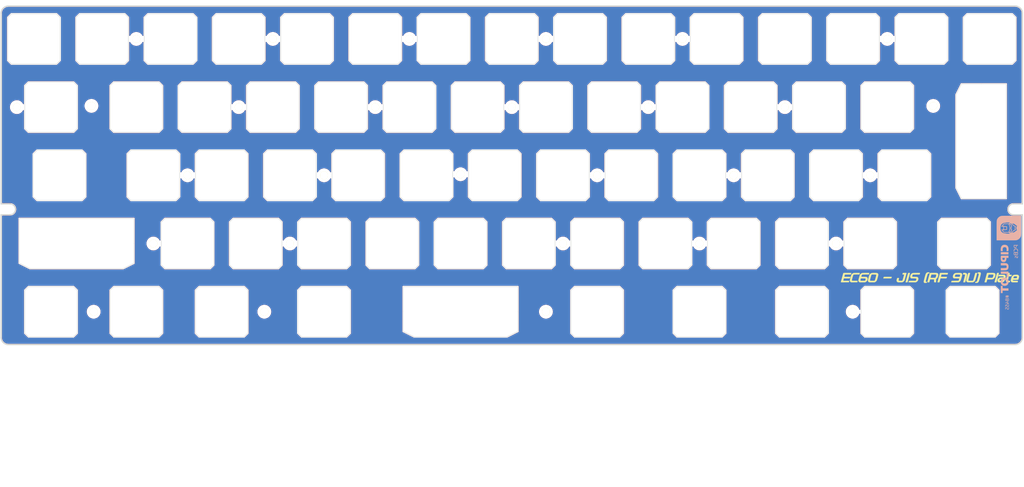
<source format=kicad_pcb>
(kicad_pcb (version 20211014) (generator pcbnew)
  (title_block (title "EC60 - JIS Plate (RF 91U caps)") (date "2022-08-27") (rev "1.1") (company "Cipulot  PCB Design") (comment 2 "Cipulot"))
  (layers (0 "F.Cu" signal) (31 "B.Cu" signal) (34 "B.Paste" user) (35 "F.Paste" user) (36 "B.SilkS" user "B.Silkscreen") (37 "F.SilkS" user "F.Silkscreen") (38 "B.Mask" user) (39 "F.Mask" user) (44 "Edge.Cuts" user))
  (net 0 "")
  (footprint "cipulot_parts:plate_cut_ecs_pad" (layer "F.Cu") (at 280.987704 132.15966)
    (fp_text reference "SW28")
    (fp_text value "EC_SW" hide)
    (fp_line (start 6.3 7) (end 7.3 6) (layer "Edge.Cuts") (width 0.12))
    (fp_line (start 6.3 -7) (end -6.3 -7) (layer "Edge.Cuts") (width 0.12))
    (fp_line (start -7.3 6) (end -6.3 7) (layer "Edge.Cuts") (width 0.12))
    (fp_line (start -7.3 -6) (end -7.3 6) (layer "Edge.Cuts") (width 0.12))
    (fp_line (start -6.3 -7) (end -7.3 -6) (layer "Edge.Cuts") (width 0.12))
    (fp_line (start 7.3 6) (end 7.3 -6) (layer "Edge.Cuts") (width 0.12))
    (fp_line (start 6.3 -7) (end 7.3 -6) (layer "Edge.Cuts") (width 0.12))
    (fp_line (start -6.3 7) (end 6.3 7) (layer "Edge.Cuts") (width 0.12))
  )
  (footprint "cipulot_parts:plate_cut_ecs_pad" (layer "F.Cu") (at 100.012704 113.10966)
    (fp_text reference "SW3")
    (fp_text value "EC_SW" hide)
    (fp_line (start 6.3 7) (end 7.3 6) (layer "Edge.Cuts") (width 0.12))
    (fp_line (start -7.3 -6) (end -7.3 6) (layer "Edge.Cuts") (width 0.12))
    (fp_line (start 6.3 -7) (end 7.3 -6) (layer "Edge.Cuts") (width 0.12))
    (fp_line (start 7.3 6) (end 7.3 -6) (layer "Edge.Cuts") (width 0.12))
    (fp_line (start -7.3 6) (end -6.3 7) (layer "Edge.Cuts") (width 0.12))
    (fp_line (start -6.3 -7) (end -7.3 -6) (layer "Edge.Cuts") (width 0.12))
    (fp_line (start 6.3 -7) (end -6.3 -7) (layer "Edge.Cuts") (width 0.12))
    (fp_line (start -6.3 7) (end 6.3 7) (layer "Edge.Cuts") (width 0.12))
  )
  (footprint "cipulot_parts:plate_cut_ecs_pad" (layer "F.Cu") (at 147.637704 132.15966)
    (fp_text reference "SW21")
    (fp_text value "EC_SW" hide)
    (fp_line (start 6.3 -7) (end -6.3 -7) (layer "Edge.Cuts") (width 0.12))
    (fp_line (start -7.3 -6) (end -7.3 6) (layer "Edge.Cuts") (width 0.12))
    (fp_line (start -7.3 6) (end -6.3 7) (layer "Edge.Cuts") (width 0.12))
    (fp_line (start 6.3 -7) (end 7.3 -6) (layer "Edge.Cuts") (width 0.12))
    (fp_line (start -6.3 -7) (end -7.3 -6) (layer "Edge.Cuts") (width 0.12))
    (fp_line (start -6.3 7) (end 6.3 7) (layer "Edge.Cuts") (width 0.12))
    (fp_line (start 7.3 6) (end 7.3 -6) (layer "Edge.Cuts") (width 0.12))
    (fp_line (start 6.3 7) (end 7.3 6) (layer "Edge.Cuts") (width 0.12))
  )
  (footprint "" (layer "F.Cu") (at 261.937704 113.10966)
    (fp_text reference "")
    (fp_text value "")
  )
  (footprint "cipulot_parts:plate_cut_ecs_pad" (layer "F.Cu") (at 271.462704 113.10966)
    (fp_text reference "SW12")
    (fp_text value "EC_SW" hide)
    (fp_line (start 6.3 -7) (end 7.3 -6) (layer "Edge.Cuts") (width 0.12))
    (fp_line (start -6.3 -7) (end -7.3 -6) (layer "Edge.Cuts") (width 0.12))
    (fp_line (start -7.3 -6) (end -7.3 6) (layer "Edge.Cuts") (width 0.12))
    (fp_line (start -7.3 6) (end -6.3 7) (layer "Edge.Cuts") (width 0.12))
    (fp_line (start -6.3 7) (end 6.3 7) (layer "Edge.Cuts") (width 0.12))
    (fp_line (start 6.3 -7) (end -6.3 -7) (layer "Edge.Cuts") (width 0.12))
    (fp_line (start 7.3 6) (end 7.3 -6) (layer "Edge.Cuts") (width 0.12))
    (fp_line (start 6.3 7) (end 7.3 6) (layer "Edge.Cuts") (width 0.12))
  )
  (footprint "cipulot_parts:plate_cut_ecs_pad" (layer "F.Cu") (at 109.537704 132.15966)
    (fp_text reference "SW19")
    (fp_text value "EC_SW" hide)
    (fp_line (start 6.3 -7) (end -6.3 -7) (layer "Edge.Cuts") (width 0.12))
    (fp_line (start 6.3 7) (end 7.3 6) (layer "Edge.Cuts") (width 0.12))
    (fp_line (start 6.3 -7) (end 7.3 -6) (layer "Edge.Cuts") (width 0.12))
    (fp_line (start -7.3 6) (end -6.3 7) (layer "Edge.Cuts") (width 0.12))
    (fp_line (start -6.3 -7) (end -7.3 -6) (layer "Edge.Cuts") (width 0.12))
    (fp_line (start -6.3 7) (end 6.3 7) (layer "Edge.Cuts") (width 0.12))
    (fp_line (start -7.3 -6) (end -7.3 6) (layer "Edge.Cuts") (width 0.12))
    (fp_line (start 7.3 6) (end 7.3 -6) (layer "Edge.Cuts") (width 0.12))
  )
  (footprint "cipulot_parts:plate_cut_ecs_pad" (layer "F.Cu") (at 214.312704 113.10966)
    (fp_text reference "SW9")
    (fp_text value "EC_SW" hide)
    (fp_line (start 6.3 -7) (end 7.3 -6) (layer "Edge.Cuts") (width 0.12))
    (fp_line (start -6.3 -7) (end -7.3 -6) (layer "Edge.Cuts") (width 0.12))
    (fp_line (start 6.3 -7) (end -6.3 -7) (layer "Edge.Cuts") (width 0.12))
    (fp_line (start -7.3 6) (end -6.3 7) (layer "Edge.Cuts") (width 0.12))
    (fp_line (start 6.3 7) (end 7.3 6) (layer "Edge.Cuts") (width 0.12))
    (fp_line (start 7.3 6) (end 7.3 -6) (layer "Edge.Cuts") (width 0.12))
    (fp_line (start -7.3 -6) (end -7.3 6) (layer "Edge.Cuts") (width 0.12))
    (fp_line (start -6.3 7) (end 6.3 7) (layer "Edge.Cuts") (width 0.12))
  )
  (footprint "" (layer "F.Cu") (at 252.412704 132.15966)
    (fp_text reference "")
    (fp_text value "")
  )
  (footprint "cipulot_parts:plate_cut_ecs_pad" (layer "F.Cu") (at 195.262704 113.10966)
    (fp_text reference "SW8")
    (fp_text value "EC_SW" hide)
    (fp_line (start -7.3 6) (end -6.3 7) (layer "Edge.Cuts") (width 0.12))
    (fp_line (start 7.3 6) (end 7.3 -6) (layer "Edge.Cuts") (width 0.12))
    (fp_line (start -6.3 -7) (end -7.3 -6) (layer "Edge.Cuts") (width 0.12))
    (fp_line (start -6.3 7) (end 6.3 7) (layer "Edge.Cuts") (width 0.12))
    (fp_line (start 6.3 -7) (end -6.3 -7) (layer "Edge.Cuts") (width 0.12))
    (fp_line (start 6.3 -7) (end 7.3 -6) (layer "Edge.Cuts") (width 0.12))
    (fp_line (start 6.3 7) (end 7.3 6) (layer "Edge.Cuts") (width 0.12))
    (fp_line (start -7.3 -6) (end -7.3 6) (layer "Edge.Cuts") (width 0.12))
  )
  (footprint "cipulot_parts:plate_cut_ecs_pad" (layer "F.Cu") (at 176.212704 113.10966)
    (fp_text reference "SW7")
    (fp_text value "EC_SW" hide)
    (fp_line (start 6.3 -7) (end 7.3 -6) (layer "Edge.Cuts") (width 0.12))
    (fp_line (start 6.3 -7) (end -6.3 -7) (layer "Edge.Cuts") (width 0.12))
    (fp_line (start 6.3 7) (end 7.3 6) (layer "Edge.Cuts") (width 0.12))
    (fp_line (start -6.3 -7) (end -7.3 -6) (layer "Edge.Cuts") (width 0.12))
    (fp_line (start -7.3 6) (end -6.3 7) (layer "Edge.Cuts") (width 0.12))
    (fp_line (start -6.3 7) (end 6.3 7) (layer "Edge.Cuts") (width 0.12))
    (fp_line (start 7.3 6) (end 7.3 -6) (layer "Edge.Cuts") (width 0.12))
    (fp_line (start -7.3 -6) (end -7.3 6) (layer "Edge.Cuts") (width 0.12))
  )
  (footprint "cipulot_parts:plate_cut_ecs_pad" (layer "F.Cu") (at 340.518954 170.25966)
    (fp_text reference "SW73")
    (fp_text value "EC_SW" hide)
    (fp_line (start 6.3 -7) (end -6.3 -7) (layer "Edge.Cuts") (width 0.12))
    (fp_line (start -7.3 6) (end -6.3 7) (layer "Edge.Cuts") (width 0.12))
    (fp_line (start -6.3 7) (end 6.3 7) (layer "Edge.Cuts") (width 0.12))
    (fp_line (start -7.3 -6) (end -7.3 6) (layer "Edge.Cuts") (width 0.12))
    (fp_line (start -6.3 -7) (end -7.3 -6) (layer "Edge.Cuts") (width 0.12))
    (fp_line (start 7.3 6) (end 7.3 -6) (layer "Edge.Cuts") (width 0.12))
    (fp_line (start 6.3 7) (end 7.3 6) (layer "Edge.Cuts") (width 0.12))
    (fp_line (start 6.3 -7) (end 7.3 -6) (layer "Edge.Cuts") (width 0.12))
  )
  (footprint "" (layer "F.Cu") (at 266.700204 170.25966)
    (fp_text reference "")
    (fp_text value "")
  )
  (footprint "cipulot_parts:plate_cut_wide_ecs_pad" (layer "F.Cu") (at 200.025204 189.30966)
    (fp_text reference "SW54")
    (fp_text value "EC_SW" hide)
    (fp_line (start 16 0) (end 16 5.5) (layer "Edge.Cuts") (width 0.12))
    (fp_line (start -16 -7) (end 16 -7) (layer "Edge.Cuts") (width 0.12))
    (fp_line (start -16 0) (end -16 -7) (layer "Edge.Cuts") (width 0.12))
    (fp_line (start -16 0) (end -16 5.5) (layer "Edge.Cuts") (width 0.12))
    (fp_line (start -16 5.5) (end -13 7) (layer "Edge.Cuts") (width 0.12))
    (fp_line (start 16 5.5) (end 13 7) (layer "Edge.Cuts") (width 0.12))
    (fp_line (start 16 -7) (end 16 0) (layer "Edge.Cuts") (width 0.12))
    (fp_line (start 13 7) (end -13 7) (layer "Edge.Cuts") (width 0.12))
  )
  (footprint "cipulot_parts:plate_cut_ecs_pad" (layer "F.Cu") (at 209.550204 151.20966)
    (fp_text reference "SW39")
    (fp_text value "EC_SW" hide)
    (fp_line (start 6.3 7) (end 7.3 6) (layer "Edge.Cuts") (width 0.12))
    (fp_line (start -6.3 -7) (end -7.3 -6) (layer "Edge.Cuts") (width 0.12))
    (fp_line (start 7.3 6) (end 7.3 -6) (layer "Edge.Cuts") (width 0.12))
    (fp_line (start -7.3 -6) (end -7.3 6) (layer "Edge.Cuts") (width 0.12))
    (fp_line (start 6.3 -7) (end -6.3 -7) (layer "Edge.Cuts") (width 0.12))
    (fp_line (start 6.3 -7) (end 7.3 -6) (layer "Edge.Cuts") (width 0.12))
    (fp_line (start -7.3 6) (end -6.3 7) (layer "Edge.Cuts") (width 0.12))
    (fp_line (start -6.3 7) (end 6.3 7) (layer "Edge.Cuts") (width 0.12))
  )
  (footprint "cipulot_parts:plate_cut_ecs_pad" (layer "F.Cu") (at 266.700204 151.20966)
    (fp_text reference "SW42")
    (fp_text value "EC_SW" hide)
    (fp_line (start -6.3 7) (end 6.3 7) (layer "Edge.Cuts") (width 0.12))
    (fp_line (start 7.3 6) (end 7.3 -6) (layer "Edge.Cuts") (width 0.12))
    (fp_line (start 6.3 -7) (end 7.3 -6) (layer "Edge.Cuts") (width 0.12))
    (fp_line (start 6.3 7) (end 7.3 6) (layer "Edge.Cuts") (width 0.12))
    (fp_line (start -6.3 -7) (end -7.3 -6) (layer "Edge.Cuts") (width 0.12))
    (fp_line (start 6.3 -7) (end -6.3 -7) (layer "Edge.Cuts") (width 0.12))
    (fp_line (start -7.3 6) (end -6.3 7) (layer "Edge.Cuts") (width 0.12))
    (fp_line (start -7.3 -6) (end -7.3 6) (layer "Edge.Cuts") (width 0.12))
  )
  (footprint "cipulot_parts:plate_cut_ecs_pad" (layer "F.Cu") (at 109.537704 189.30966)
    (fp_text reference "SW64")
    (fp_text value "EC_SW" hide)
    (fp_line (start -6.3 -7) (end -7.3 -6) (layer "Edge.Cuts") (width 0.12))
    (fp_line (start 7.3 6) (end 7.3 -6) (layer "Edge.Cuts") (width 0.12))
    (fp_line (start 6.3 -7) (end -6.3 -7) (layer "Edge.Cuts") (width 0.12))
    (fp_line (start 6.3 -7) (end 7.3 -6) (layer "Edge.Cuts") (width 0.12))
    (fp_line (start 6.3 7) (end 7.3 6) (layer "Edge.Cuts") (width 0.12))
    (fp_line (start -6.3 7) (end 6.3 7) (layer "Edge.Cuts") (width 0.12))
    (fp_line (start -7.3 -6) (end -7.3 6) (layer "Edge.Cuts") (width 0.12))
    (fp_line (start -7.3 6) (end -6.3 7) (layer "Edge.Cuts") (width 0.12))
  )
  (footprint "cipulot_parts:plate_cut_ecs_pad" (layer "F.Cu") (at 252.412704 113.10966)
    (fp_text reference "SW11")
    (fp_text value "EC_SW" hide)
    (fp_line (start 7.3 6) (end 7.3 -6) (layer "Edge.Cuts") (width 0.12))
    (fp_line (start -6.3 -7) (end -7.3 -6) (layer "Edge.Cuts") (width 0.12))
    (fp_line (start 6.3 -7) (end -6.3 -7) (layer "Edge.Cuts") (width 0.12))
    (fp_line (start 6.3 7) (end 7.3 6) (layer "Edge.Cuts") (width 0.12))
    (fp_line (start -7.3 -6) (end -7.3 6) (layer "Edge.Cuts") (width 0.12))
    (fp_line (start 6.3 -7) (end 7.3 -6) (layer "Edge.Cuts") (width 0.12))
    (fp_line (start -7.3 6) (end -6.3 7) (layer "Edge.Cuts") (width 0.12))
    (fp_line (start -6.3 7) (end 6.3 7) (layer "Edge.Cuts") (width 0.12))
  )
  (footprint "cipulot_parts:plate_cut_ecs_pad" (layer "F.Cu") (at 85.725204 132.15966)
    (fp_text reference "SW18")
    (fp_text value "EC_SW" hide)
    (fp_line (start -7.3 6) (end -6.3 7) (layer "Edge.Cuts") (width 0.12))
    (fp_line (start -7.3 -6) (end -7.3 6) (layer "Edge.Cuts") (width 0.12))
    (fp_line (start -6.3 7) (end 6.3 7) (layer "Edge.Cuts") (width 0.12))
    (fp_line (start 6.3 -7) (end 7.3 -6) (layer "Edge.Cuts") (width 0.12))
    (fp_line (start 6.3 7) (end 7.3 6) (layer "Edge.Cuts") (width 0.12))
    (fp_line (start 7.3 6) (end 7.3 -6) (layer "Edge.Cuts") (width 0.12))
    (fp_line (start -6.3 -7) (end -7.3 -6) (layer "Edge.Cuts") (width 0.12))
    (fp_line (start 6.3 -7) (end -6.3 -7) (layer "Edge.Cuts") (width 0.12))
  )
  (footprint "cipulot_parts:plate_cut_ecs_pad" (layer "F.Cu") (at 228.600204 151.20966)
    (fp_text reference "SW40")
    (fp_text value "EC_SW" hide)
    (fp_line (start -7.3 -6) (end -7.3 6) (layer "Edge.Cuts") (width 0.12))
    (fp_line (start -7.3 6) (end -6.3 7) (layer "Edge.Cuts") (width 0.12))
    (fp_line (start 6.3 -7) (end -6.3 -7) (layer "Edge.Cuts") (width 0.12))
    (fp_line (start 7.3 6) (end 7.3 -6) (layer "Edge.Cuts") (width 0.12))
    (fp_line (start -6.3 7) (end 6.3 7) (layer "Edge.Cuts") (width 0.12))
    (fp_line (start 6.3 -7) (end 7.3 -6) (layer "Edge.Cuts") (width 0.12))
    (fp_line (start -6.3 -7) (end -7.3 -6) (layer "Edge.Cuts") (width 0.12))
    (fp_line (start 6.3 7) (end 7.3 6) (layer "Edge.Cuts") (width 0.12))
  )
  (footprint "cipulot_parts:plate_cut_ecs_pad" (layer "F.Cu") (at 138.112704 113.10966)
    (fp_text reference "SW5")
    (fp_text value "EC_SW" hide)
    (fp_line (start -6.3 7) (end 6.3 7) (layer "Edge.Cuts") (width 0.12))
    (fp_line (start 6.3 -7) (end -6.3 -7) (layer "Edge.Cuts") (width 0.12))
    (fp_line (start -7.3 -6) (end -7.3 6) (layer "Edge.Cuts") (width 0.12))
    (fp_line (start 6.3 -7) (end 7.3 -6) (layer "Edge.Cuts") (width 0.12))
    (fp_line (start -7.3 6) (end -6.3 7) (layer "Edge.Cuts") (width 0.12))
    (fp_line (start -6.3 -7) (end -7.3 -6) (layer "Edge.Cuts") (width 0.12))
    (fp_line (start 7.3 6) (end 7.3 -6) (layer "Edge.Cuts") (width 0.12))
    (fp_line (start 6.3 7) (end 7.3 6) (layer "Edge.Cuts") (width 0.12))
  )
  (footprint "" (layer "F.Cu") (at 147.637704 113.10966)
    (fp_text reference "")
    (fp_text value "")
  )
  (footprint "cipulot_parts:plate_cut_ecs_pad" (layer "F.Cu") (at 161.925204 189.30966)
    (fp_text reference "SW66")
    (fp_text value "EC_SW" hide)
    (fp_line (start -7.3 6) (end -6.3 7) (layer "Edge.Cuts") (width 0.12))
    (fp_line (start 6.3 7) (end 7.3 6) (layer "Edge.Cuts") (width 0.12))
    (fp_line (start 7.3 6) (end 7.3 -6) (layer "Edge.Cuts") (width 0.12))
    (fp_line (start -7.3 -6) (end -7.3 6) (layer "Edge.Cuts") (width 0.12))
    (fp_line (start -6.3 7) (end 6.3 7) (layer "Edge.Cuts") (width 0.12))
    (fp_line (start 6.3 -7) (end -6.3 -7) (layer "Edge.Cuts") (width 0.12))
    (fp_line (start 6.3 -7) (end 7.3 -6) (layer "Edge.Cuts") (width 0.12))
    (fp_line (start -6.3 -7) (end -7.3 -6) (layer "Edge.Cuts") (width 0.12))
  )
  (footprint "cipulot_parts:plate_cut_ecs_pad" (layer "F.Cu") (at 290.512704 113.10966)
    (fp_text reference "SW13")
    (fp_text value "EC_SW" hide)
    (fp_line (start -6.3 -7) (end -7.3 -6) (layer "Edge.Cuts") (width 0.12))
    (fp_line (start 6.3 -7) (end -6.3 -7) (layer "Edge.Cuts") (width 0.12))
    (fp_line (start -6.3 7) (end 6.3 7) (layer "Edge.Cuts") (width 0.12))
    (fp_line (start 7.3 6) (end 7.3 -6) (layer "Edge.Cuts") (width 0.12))
    (fp_line (start 6.3 -7) (end 7.3 -6) (layer "Edge.Cuts") (width 0.12))
    (fp_line (start 6.3 7) (end 7.3 6) (layer "Edge.Cuts") (width 0.12))
    (fp_line (start -7.3 -6) (end -7.3 6) (layer "Edge.Cuts") (width 0.12))
    (fp_line (start -7.3 6) (end -6.3 7) (layer "Edge.Cuts") (width 0.12))
  )
  (footprint "cipulot_parts:plate_cut_ecs_pad" (layer "F.Cu") (at 295.275204 170.25966)
    (fp_text reference "SW59")
    (fp_text value "EC_SW" hide)
    (fp_line (start -6.3 7) (end 6.3 7) (layer "Edge.Cuts") (width 0.12))
    (fp_line (start -7.3 -6) (end -7.3 6) (layer "Edge.Cuts") (width 0.12))
    (fp_line (start 6.3 7) (end 7.3 6) (layer "Edge.Cuts") (width 0.12))
    (fp_line (start 7.3 6) (end 7.3 -6) (layer "Edge.Cuts") (width 0.12))
    (fp_line (start -7.3 6) (end -6.3 7) (layer "Edge.Cuts") (width 0.12))
    (fp_line (start -6.3 -7) (end -7.3 -6) (layer "Edge.Cuts") (width 0.12))
    (fp_line (start 6.3 -7) (end 7.3 -6) (layer "Edge.Cuts") (width 0.12))
    (fp_line (start 6.3 -7) (end -6.3 -7) (layer "Edge.Cuts") (width 0.12))
  )
  (footprint "" (layer "F.Cu") (at 97.631468 189.30966)
    (fp_text reference "")
    (fp_text value "")
  )
  (footprint "" (layer "F.Cu") (at 276.225204 151.20966)
    (fp_text reference "")
    (fp_text value "")
  )
  (footprint "cipulot_parts:plate_cut_wide_ecs_pad" (layer "F.Cu") (at 345.281454 141.68466 -90)
    (fp_text reference "SW32")
    (fp_text value "ISO_Enter" hide)
    (fp_line (start 16 0) (end 16 5.5) (layer "Edge.Cuts") (width 0.12))
    (fp_line (start 13 7) (end -13 7) (layer "Edge.Cuts") (width 0.12))
    (fp_line (start 16 5.5) (end 13 7) (layer "Edge.Cuts") (width 0.12))
    (fp_line (start -16 0) (end -16 5.5) (layer "Edge.Cuts") (width 0.12))
    (fp_line (start -16 0) (end -16 -7) (layer "Edge.Cuts") (width 0.12))
    (fp_line (start -16 -7) (end 16 -7) (layer "Edge.Cuts") (width 0.12))
    (fp_line (start 16 -7) (end 16 0) (layer "Edge.Cuts") (width 0.12))
    (fp_line (start -16 5.5) (end -13 7) (layer "Edge.Cuts") (width 0.12))
  )
  (footprint "cipulot_parts:plate_cut_ecs_pad" (layer "F.Cu") (at 85.725204 189.30966)
    (fp_text reference "SW63")
    (fp_text value "EC_SW" hide)
    (fp_line (start -6.3 7) (end 6.3 7) (layer "Edge.Cuts") (width 0.12))
    (fp_line (start -7.3 6) (end -6.3 7) (layer "Edge.Cuts") (width 0.12))
    (fp_line (start 6.3 -7) (end -6.3 -7) (layer "Edge.Cuts") (width 0.12))
    (fp_line (start 6.3 7) (end 7.3 6) (layer "Edge.Cuts") (width 0.12))
    (fp_line (start -7.3 -6) (end -7.3 6) (layer "Edge.Cuts") (width 0.12))
    (fp_line (start 6.3 -7) (end 7.3 -6) (layer "Edge.Cuts") (width 0.12))
    (fp_line (start 7.3 6) (end 7.3 -6) (layer "Edge.Cuts") (width 0.12))
    (fp_line (start -6.3 -7) (end -7.3 -6) (layer "Edge.Cuts") (width 0.12))
  )
  (footprint "" (layer "F.Cu") (at 123.825204 151.20966)
    (fp_text reference "")
    (fp_text value "")
  )
  (footprint "cipulot_parts:plate_cut_ecs_pad" (layer "F.Cu") (at 142.875204 170.25966)
    (fp_text reference "SW51")
    (fp_text value "EC_SW" hide)
    (fp_line (start 7.3 6) (end 7.3 -6) (layer "Edge.Cuts") (width 0.12))
    (fp_line (start -7.3 6) (end -6.3 7) (layer "Edge.Cuts") (width 0.12))
    (fp_line (start 6.3 -7) (end 7.3 -6) (layer "Edge.Cuts") (width 0.12))
    (fp_line (start -6.3 7) (end 6.3 7) (layer "Edge.Cuts") (width 0.12))
    (fp_line (start 6.3 -7) (end -6.3 -7) (layer "Edge.Cuts") (width 0.12))
    (fp_line (start 6.3 7) (end 7.3 6) (layer "Edge.Cuts") (width 0.12))
    (fp_line (start -7.3 -6) (end -7.3 6) (layer "Edge.Cuts") (width 0.12))
    (fp_line (start -6.3 -7) (end -7.3 -6) (layer "Edge.Cuts") (width 0.12))
  )
  (footprint "cipulot_parts:plate_cut_ecs_pad" (layer "F.Cu") (at 200.025204 170.25966)
    (fp_text reference "SW54")
    (fp_text value "EC_SW" hide)
    (fp_line (start -6.3 7) (end 6.3 7) (layer "Edge.Cuts") (width 0.12))
    (fp_line (start -7.3 6) (end -6.3 7) (layer "Edge.Cuts") (width 0.12))
    (fp_line (start -6.3 -7) (end -7.3 -6) (layer "Edge.Cuts") (width 0.12))
    (fp_line (start 6.3 -7) (end 7.3 -6) (layer "Edge.Cuts") (width 0.12))
    (fp_line (start 7.3 6) (end 7.3 -6) (layer "Edge.Cuts") (width 0.12))
    (fp_line (start -7.3 -6) (end -7.3 6) (layer "Edge.Cuts") (width 0.12))
    (fp_line (start 6.3 -7) (end -6.3 -7) (layer "Edge.Cuts") (width 0.12))
    (fp_line (start 6.3 7) (end 7.3 6) (layer "Edge.Cuts") (width 0.12))
  )
  (footprint "cipulot_parts:plate_cut_ecs_pad" (layer "F.Cu") (at 180.975204 170.25966)
    (fp_text reference "SW53")
    (fp_text value "EC_SW" hide)
    (fp_line (start 6.3 -7) (end -6.3 -7) (layer "Edge.Cuts") (width 0.12))
    (fp_line (start -7.3 -6) (end -7.3 6) (layer "Edge.Cuts") (width 0.12))
    (fp_line (start 6.3 7) (end 7.3 6) (layer "Edge.Cuts") (width 0.12))
    (fp_line (start -6.3 7) (end 6.3 7) (layer "Edge.Cuts") (width 0.12))
    (fp_line (start -6.3 -7) (end -7.3 -6) (layer "Edge.Cuts") (width 0.12))
    (fp_line (start -7.3 6) (end -6.3 7) (layer "Edge.Cuts") (width 0.12))
    (fp_line (start 7.3 6) (end 7.3 -6) (layer "Edge.Cuts") (width 0.12))
    (fp_line (start 6.3 -7) (end 7.3 -6) (layer "Edge.Cuts") (width 0.12))
  )
  (footprint "cipulot_parts:plate_cut_ecs_pad" (layer "F.Cu") (at 161.925204 170.25966)
    (fp_text reference "SW52")
    (fp_text value "EC_SW" hide)
    (fp_line (start 7.3 6) (end 7.3 -6) (layer "Edge.Cuts") (width 0.12))
    (fp_line (start -7.3 6) (end -6.3 7) (layer "Edge.Cuts") (width 0.12))
    (fp_line (start 6.3 -7) (end -6.3 -7) (layer "Edge.Cuts") (width 0.12))
    (fp_line (start -6.3 7) (end 6.3 7) (layer "Edge.Cuts") (width 0.12))
    (fp_line (start -6.3 -7) (end -7.3 -6) (layer "Edge.Cuts") (width 0.12))
    (fp_line (start 6.3 -7) (end 7.3 -6) (layer "Edge.Cuts") (width 0.12))
    (fp_line (start 6.3 7) (end 7.3 6) (layer "Edge.Cuts") (width 0.12))
    (fp_line (start -7.3 -6) (end -7.3 6) (layer "Edge.Cuts") (width 0.12))
  )
  (footprint "cipulot_parts:plate_cut_ecs_pad" (layer "F.Cu") (at 133.350204 151.20966)
    (fp_text reference "SW35")
    (fp_text value "EC_SW" hide)
    (fp_line (start -7.3 6) (end -6.3 7) (layer "Edge.Cuts") (width 0.12))
    (fp_line (start 6.3 7) (end 7.3 6) (layer "Edge.Cuts") (width 0.12))
    (fp_line (start 6.3 -7) (end -6.3 -7) (layer "Edge.Cuts") (width 0.12))
    (fp_line (start 6.3 -7) (end 7.3 -6) (layer "Edge.Cuts") (width 0.12))
    (fp_line (start -7.3 -6) (end -7.3 6) (layer "Edge.Cuts") (width 0.12))
    (fp_line (start -6.3 7) (end 6.3 7) (layer "Edge.Cuts") (width 0.12))
    (fp_line (start 7.3 6) (end 7.3 -6) (layer "Edge.Cuts") (width 0.12))
    (fp_line (start -6.3 -7) (end -7.3 -6) (layer "Edge.Cuts") (width 0.12))
  )
  (footprint "" (layer "F.Cu") (at 228.600204 170.25966)
    (fp_text reference "")
    (fp_text value "")
  )
  (footprint "cipulot_parts:plate_cut_ecs_pad" (layer "F.Cu") (at 128.587704 132.15966)
    (fp_text reference "SW20")
    (fp_text value "EC_SW" hide)
    (fp_line (start 7.3 6) (end 7.3 -6) (layer "Edge.Cuts") (width 0.12))
    (fp_line (start 6.3 -7) (end 7.3 -6) (layer "Edge.Cuts") (width 0.12))
    (fp_line (start -7.3 -6) (end -7.3 6) (layer "Edge.Cuts") (width 0.12))
    (fp_line (start -6.3 7) (end 6.3 7) (layer "Edge.Cuts") (width 0.12))
    (fp_line (start 6.3 7) (end 7.3 6) (layer "Edge.Cuts") (width 0.12))
    (fp_line (start -6.3 -7) (end -7.3 -6) (layer "Edge.Cuts") (width 0.12))
    (fp_line (start -7.3 6) (end -6.3 7) (layer "Edge.Cuts") (width 0.12))
    (fp_line (start 6.3 -7) (end -6.3 -7) (layer "Edge.Cuts") (width 0.12))
  )
  (footprint "cipulot_parts:plate_cut_ecs_pad" (layer "F.Cu") (at 171.450204 151.20966)
    (fp_text reference "SW37")
    (fp_text value "EC_SW" hide)
    (fp_line (start 7.3 6) (end 7.3 -6) (layer "Edge.Cuts") (width 0.12))
    (fp_line (start 6.3 7) (end 7.3 6) (layer "Edge.Cuts") (width 0.12))
    (fp_line (start 6.3 -7) (end -6.3 -7) (layer "Edge.Cuts") (width 0.12))
    (fp_line (start -6.3 7) (end 6.3 7) (layer "Edge.Cuts") (width 0.12))
    (fp_line (start 6.3 -7) (end 7.3 -6) (layer "Edge.Cuts") (width 0.12))
    (fp_line (start -7.3 -6) (end -7.3 6) (layer "Edge.Cuts") (width 0.12))
    (fp_line (start -6.3 -7) (end -7.3 -6) (layer "Edge.Cuts") (width 0.12))
    (fp_line (start -7.3 6) (end -6.3 7) (layer "Edge.Cuts") (width 0.12))
  )
  (footprint "" (layer "F.Cu") (at 76.200204 132.15966)
    (fp_text reference "")
    (fp_text value "")
  )
  (footprint "" (layer "F.Cu") (at 114.300204 170.25966)
    (fp_text reference "")
    (fp_text value "")
  )
  (footprint "cipulot_parts:plate_cut_ecs_pad" (layer "F.Cu") (at 190.500204 151.20966)
    (fp_text reference "SW38")
    (fp_text value "EC_SW" hide)
    (fp_line (start -6.3 -7) (end -7.3 -6) (layer "Edge.Cuts") (width 0.12))
    (fp_line (start -7.3 -6) (end -7.3 6) (layer "Edge.Cuts") (width 0.12))
    (fp_line (start -7.3 6) (end -6.3 7) (layer "Edge.Cuts") (width 0.12))
    (fp_line (start -6.3 7) (end 6.3 7) (layer "Edge.Cuts") (width 0.12))
    (fp_line (start 6.3 -7) (end -6.3 -7) (layer "Edge.Cuts") (width 0.12))
    (fp_line (start 6.3 7) (end 7.3 6) (layer "Edge.Cuts") (width 0.12))
    (fp_line (start 7.3 6) (end 7.3 -6) (layer "Edge.Cuts") (width 0.12))
    (fp_line (start 6.3 -7) (end 7.3 -6) (layer "Edge.Cuts") (width 0.12))
  )
  (footprint "cipulot_parts:plate_cut_ecs_pad" (layer "F.Cu") (at 119.062704 113.10966)
    (fp_text reference "SW4")
    (fp_text value "EC_SW" hide)
    (fp_line (start -6.3 7) (end 6.3 7) (layer "Edge.Cuts") (width 0.12))
    (fp_line (start 7.3 6) (end 7.3 -6) (layer "Edge.Cuts") (width 0.12))
    (fp_line (start -6.3 -7) (end -7.3 -6) (layer "Edge.Cuts") (width 0.12))
    (fp_line (start 6.3 7) (end 7.3 6) (layer "Edge.Cuts") (width 0.12))
    (fp_line (start -7.3 6) (end -6.3 7) (layer "Edge.Cuts") (width 0.12))
    (fp_line (start -7.3 -6) (end -7.3 6) (layer "Edge.Cuts") (width 0.12))
    (fp_line (start 6.3 -7) (end 7.3 -6) (layer "Edge.Cuts") (width 0.12))
    (fp_line (start 6.3 -7) (end -6.3 -7) (layer "Edge.Cuts") (width 0.12))
  )
  (footprint "cipulot_parts:plate_cut_ecs_pad" (layer "F.Cu") (at 152.400204 151.20966)
    (fp_text reference "SW36")
    (fp_text value "EC_SW" hide)
    (fp_line (start -6.3 7) (end 6.3 7) (layer "Edge.Cuts") (width 0.12))
    (fp_line (start -7.3 -6) (end -7.3 6) (layer "Edge.Cuts") (width 0.12))
    (fp_line (start 6.3 -7) (end -6.3 -7) (layer "Edge.Cuts") (width 0.12))
    (fp_line (start -6.3 -7) (end -7.3 -6) (layer "Edge.Cuts") (width 0.12))
    (fp_line (start 6.3 -7) (end 7.3 -6) (layer "Edge.Cuts") (width 0.12))
    (fp_line (start -7.3 6) (end -6.3 7) (layer "Edge.Cuts") (width 0.12))
    (fp_line (start 6.3 7) (end 7.3 6) (layer "Edge.Cuts") (width 0.12))
    (fp_line (start 7.3 6) (end 7.3 -6) (layer "Edge.Cuts") (width 0.12))
  )
  (footprint "cipulot_parts:plate_cut_ecs_pad" (layer "F.Cu") (at 233.362704 113.10966)
    (fp_text reference "SW10")
    (fp_text value "EC_SW" hide)
    (fp_line (start -6.3 -7) (end -7.3 -6) (layer "Edge.Cuts") (width 0.12))
    (fp_line (start -6.3 7) (end 6.3 7) (layer "Edge.Cuts") (width 0.12))
    (fp_line (start 7.3 6) (end 7.3 -6) (layer "Edge.Cuts") (width 0.12))
    (fp_line (start 6.3 7) (end 7.3 6) (layer "Edge.Cuts") (width 0.12))
    (fp_line (start 6.3 -7) (end 7.3 -6) (layer "Edge.Cuts") (width 0.12))
    (fp_line (start -7.3 6) (end -6.3 7) (layer "Edge.Cuts") (width 0.12))
    (fp_line (start 6.3 -7) (end -6.3 -7) (layer "Edge.Cuts") (width 0.12))
    (fp_line (start -7.3 -6) (end -7.3 6) (layer "Edge.Cuts") (width 0.12))
  )
  (footprint "cipulot_parts:plate_cut_ecs_pad" (layer "F.Cu") (at 238.125204 189.30966)
    (fp_text reference "SW54")
    (fp_text value "EC_SW" hide)
    (fp_line (start -6.3 7) (end 6.3 7) (layer "Edge.Cuts") (width 0.12))
    (fp_line (start -7.3 -6) (end -7.3 6) (layer "Edge.Cuts") (width 0.12))
    (fp_line (start -6.3 -7) (end -7.3 -6) (layer "Edge.Cuts") (width 0.12))
    (fp_line (start -7.3 6) (end -6.3 7) (layer "Edge.Cuts") (width 0.12))
    (fp_line (start 6.3 -7) (end 7.3 -6) (layer "Edge.Cuts") (width 0.12))
    (fp_line (start 6.3 7) (end 7.3 6) (layer "Edge.Cuts") (width 0.12))
    (fp_line (start 7.3 6) (end 7.3 -6) (layer "Edge.Cuts") (width 0.12))
    (fp_line (start 6.3 -7) (end -6.3 -7) (layer "Edge.Cuts") (width 0.12))
  )
  (footprint "cipulot_parts:plate_cut_ecs_pad" (layer "F.Cu") (at 123.825204 170.25966)
    (fp_text reference "SW50")
    (fp_text value "EC_SW" hide)
    (fp_line (start -7.3 -6) (end -7.3 6) (layer "Edge.Cuts") (width 0.12))
    (fp_line (start 6.3 -7) (end 7.3 -6) (layer "Edge.Cuts") (width 0.12))
    (fp_line (start 6.3 7) (end 7.3 6) (layer "Edge.Cuts") (width 0.12))
    (fp_line (start 7.3 6) (end 7.3 -6) (layer "Edge.Cuts") (width 0.12))
    (fp_line (start 6.3 -7) (end -6.3 -7) (layer "Edge.Cuts") (width 0.12))
    (fp_line (start -6.3 -7) (end -7.3 -6) (layer "Edge.Cuts") (width 0.12))
    (fp_line (start -7.3 6) (end -6.3 7) (layer "Edge.Cuts") (width 0.12))
    (fp_line (start -6.3 7) (end 6.3 7) (layer "Edge.Cuts") (width 0.12))
  )
  (footprint "cipulot_parts:plate_cut_ecs_pad" (layer "F.Cu") (at 314.325204 170.25966)
    (fp_text reference "SW73")
    (fp_text value "EC_SW" hide)
    (fp_line (start 7.3 6) (end 7.3 -6) (layer "Edge.Cuts") (width 0.12))
    (fp_line (start 6.3 -7) (end 7.3 -6) (layer "Edge.Cuts") (width 0.12))
    (fp_line (start 6.3 -7) (end -6.3 -7) (layer "Edge.Cuts") (width 0.12))
    (fp_line (start 6.3 7) (end 7.3 6) (layer "Edge.Cuts") (width 0.12))
    (fp_line (start -7.3 -6) (end -7.3 6) (layer "Edge.Cuts") (width 0.12))
    (fp_line (start -7.3 6) (end -6.3 7) (layer "Edge.Cuts") (width 0.12))
    (fp_line (start -6.3 7) (end 6.3 7) (layer "Edge.Cuts") (width 0.12))
    (fp_line (start -6.3 -7) (end -7.3 -6) (layer "Edge.Cuts") (width 0.12))
  )
  (footprint "cipulot_parts:plate_cut_ecs_pad" (layer "F.Cu") (at 185.737704 132.15966)
    (fp_text reference "SW23")
    (fp_text value "EC_SW" hide)
    (fp_line (start -6.3 7) (end 6.3 7) (layer "Edge.Cuts") (width 0.12))
    (fp_line (start -7.3 6) (end -6.3 7) (layer "Edge.Cuts") (width 0.12))
    (fp_line (start 6.3 -7) (end -6.3 -7) (layer "Edge.Cuts") (width 0.12))
    (fp_line (start -7.3 -6) (end -7.3 6) (layer "Edge.Cuts") (width 0.12))
    (fp_line (start 6.3 7) (end 7.3 6) (layer "Edge.Cuts") (width 0.12))
    (fp_line (start -6.3 -7) (end -7.3 -6) (layer "Edge.Cuts") (width 0.12))
    (fp_line (start 6.3 -7) (end 7.3 -6) (layer "Edge.Cuts") (width 0.12))
    (fp_line (start 7.3 6) (end 7.3 -6) (layer "Edge.Cuts") (width 0.12))
  )
  (footprint "locallib:60_Outline-Modded-Extreme" (layer "F.Cu") (at 214.312704 151.20966)
    (fp_text reference "REF**" hide)
    (fp_text value "60_Outline" hide)
    (fp_line (start -140.5 -47.3) (end -100.801894 -47.3) (layer "Edge.Cuts") (width 0.3))
    (fp_line (start -140 8) (end -142.5 8) (layer "Edge.Cuts") (width 0.3))
    (fp_line (start 100.501894 -47.3) (end -18.560606 -47.3) (layer "Edge.Cuts") (width 0.3))
    (fp_line (start 140 11) (end 142.5 11) (layer "Edge.Cuts") (width 0.3))
    (fp_line (start 142.5 11) (end 142.5 45.3) (layer "Edge.Cuts") (width 0.3))
    (fp_line (start -142.5 8) (end -142.5 -45.3) (layer "Edge.Cuts") (width 0.3))
    (fp_line (start 140 8) (end 142.5 8) (layer "Edge.Cuts") (width 0.3))
    (fp_line (start -140.5 47.3) (end -86.514394 47.3) (layer "Edge.Cuts") (width 0.3))
    (fp_line (start 86.214395 47.3) (end 140.5 47.3) (layer "Edge.Cuts") (width 0.3))
    (fp_line (start 142.5 8) (end 142.5 -45.3) (layer "Edge.Cuts") (width 0.3))
    (fp_line (start -140 11) (end -142.5 11) (layer "Edge.Cuts") (width 0.3))
    (fp_line (start -18.560606 -47.3) (end -100.801894 -47.3) (layer "Edge.Cuts") (width 0.3))
    (fp_line (start 86.214395 47.3) (end -86.514394 47.3) (layer "Edge.Cuts") (width 0.3))
    (fp_line (start 100.501894 -47.3) (end 140.5 -47.3) (layer "Edge.Cuts") (width 0.3))
    (fp_line (start -142.5 45.3) (end -142.5 11) (layer "Edge.Cuts") (width 0.3))
    (fp_arc (start 138.5 9.5) (mid 138.93934 8.43934) (end 140 8) (layer "Edge.Cuts") (width 0.3))
    (fp_arc (start -140 8) (mid -138.93934 8.43934) (end -138.5 9.5) (layer "Edge.Cuts") (width 0.3))
    (fp_arc (start -140.5 47.3) (mid -141.914214 46.714214) (end -142.5 45.3) (layer "Edge.Cuts") (width 0.3))
    (fp_arc (start -142.5 -45.3) (mid -141.914214 -46.714214) (end -140.5 -47.3) (layer "Edge.Cuts") (width 0.3))
    (fp_arc (start 142.5 45.3) (mid 141.914214 46.714214) (end 140.5 47.3) (layer "Edge.Cuts") (width 0.3))
    (fp_arc (start 140 11) (mid 138.93934 10.56066) (end 138.5 9.5) (layer "Edge.Cuts") (width 0.3))
    (fp_arc (start 140.5 -47.3) (mid 141.914214 -46.714214) (end 142.5 -45.3) (layer "Edge.Cuts") (width 0.3))
    (fp_arc (start -138.5 9.5) (mid -138.93934 10.56066) (end -140 11) (layer "Edge.Cuts") (width 0.3))
  )
  (footprint "" (layer "F.Cu") (at 223.837704 113.10966)
    (fp_text reference "")
    (fp_text value "")
  )
  (footprint "" (layer "F.Cu") (at 185.737704 113.10966)
    (fp_text reference "")
    (fp_text value "")
  )
  (footprint "" (layer "F.Cu") (at 314.325204 151.20966)
    (fp_text reference "")
    (fp_text value "")
  )
  (footprint "" (layer "F.Cu") (at 304.800204 170.25966)
    (fp_text reference "")
    (fp_text value "")
  )
  (footprint "cipulot_parts:plate_cut_ecs_pad" (layer "F.Cu") (at 319.087704 132.15966)
    (fp_text reference "SW30")
    (fp_text value "EC_SW" hide)
    (fp_line (start -6.3 -7) (end -7.3 -6) (layer "Edge.Cuts") (width 0.12))
    (fp_line (start -7.3 -6) (end -7.3 6) (layer "Edge.Cuts") (width 0.12))
    (fp_line (start 6.3 -7) (end 7.3 -6) (layer "Edge.Cuts") (width 0.12))
    (fp_line (start 7.3 6) (end 7.3 -6) (layer "Edge.Cuts") (width 0.12))
    (fp_line (start -6.3 7) (end 6.3 7) (layer "Edge.Cuts") (width 0.12))
    (fp_line (start -7.3 6) (end -6.3 7) (layer "Edge.Cuts") (width 0.12))
    (fp_line (start 6.3 -7) (end -6.3 -7) (layer "Edge.Cuts") (width 0.12))
    (fp_line (start 6.3 7) (end 7.3 6) (layer "Edge.Cuts") (width 0.12))
  )
  (footprint "cipulot_parts:plate_cut_ecs_pad" (layer "F.Cu") (at 238.125204 170.25966)
    (fp_text reference "SW56")
    (fp_text value "EC_SW" hide)
    (fp_line (start 6.3 -7) (end 7.3 -6) (layer "Edge.Cuts") (width 0.12))
    (fp_line (start -7.3 6) (end -6.3 7) (layer "Edge.Cuts") (width 0.12))
    (fp_line (start -6.3 -7) (end -7.3 -6) (layer "Edge.Cuts") (width 0.12))
    (fp_line (start 6.3 7) (end 7.3 6) (layer "Edge.Cuts") (width 0.12))
    (fp_line (start 6.3 -7) (end -6.3 -7) (layer "Edge.Cuts") (width 0.12))
    (fp_line (start -6.3 7) (end 6.3 7) (layer "Edge.Cuts") (width 0.12))
    (fp_line (start 7.3 6) (end 7.3 -6) (layer "Edge.Cuts") (width 0.12))
    (fp_line (start -7.3 -6) (end -7.3 6) (layer "Edge.Cuts") (width 0.12))
  )
  (footprint "cipulot_parts:plate_cut_ecs_pad" (layer "F.Cu") (at 295.275204 189.30966)
    (fp_text reference "SW54")
    (fp_text value "EC_SW" hide)
    (fp_line (start 6.3 -7) (end -6.3 -7) (layer "Edge.Cuts") (width 0.12))
    (fp_line (start -6.3 7) (end 6.3 7) (layer "Edge.Cuts") (width 0.12))
    (fp_line (start -7.3 6) (end -6.3 7) (layer "Edge.Cuts") (width 0.12))
    (fp_line (start -6.3 -7) (end -7.3 -6) (layer "Edge.Cuts") (width 0.12))
    (fp_line (start 6.3 -7) (end 7.3 -6) (layer "Edge.Cuts") (width 0.12))
    (fp_line (start -7.3 -6) (end -7.3 6) (layer "Edge.Cuts") (width 0.12))
    (fp_line (start 6.3 7) (end 7.3 6) (layer "Edge.Cuts") (width 0.12))
    (fp_line (start 7.3 6) (end 7.3 -6) (layer "Edge.Cuts") (width 0.12))
  )
  (footprint "cipulot_parts:plate_cut_ecs_pad" (layer "F.Cu") (at 133.350204 189.30966)
    (fp_text reference "SW65")
    (fp_text value "EC_SW" hide)
    (fp_line (start 6.3 -7) (end -6.3 -7) (layer "Edge.Cuts") (width 0.12))
    (fp_line (start -7.3 6) (end -6.3 7) (layer "Edge.Cuts") (width 0.12))
    (fp_line (start -7.3 -6) (end -7.3 6) (layer "Edge.Cuts") (width 0.12))
    (fp_line (start 6.3 7) (end 7.3 6) (layer "Edge.Cuts") (width 0.12))
    (fp_line (start 6.3 -7) (end 7.3 -6) (layer "Edge.Cuts") (width 0.12))
    (fp_line (start 7.3 6) (end 7.3 -6) (layer "Edge.Cuts") (width 0.12))
    (fp_line (start -6.3 -7) (end -7.3 -6) (layer "Edge.Cuts") (width 0.12))
    (fp_line (start -6.3 7) (end 6.3 7) (layer "Edge.Cuts") (width 0.12))
  )
  (footprint "cipulot_parts:plate_cut_ecs_pad" (layer "F.Cu") (at 266.700204 189.30966)
    (fp_text reference "SW70")
    (fp_text value "EC_SW" hide)
    (fp_line (start -7.3 6) (end -6.3 7) (layer "Edge.Cuts") (width 0.12))
    (fp_line (start 7.3 6) (end 7.3 -6) (layer "Edge.Cuts") (width 0.12))
    (fp_line (start 6.3 7) (end 7.3 6) (layer "Edge.Cuts") (width 0.12))
    (fp_line (start -7.3 -6) (end -7.3 6) (layer "Edge.Cuts") (width 0.12))
    (fp_line (start -6.3 7) (end 6.3 7) (layer "Edge.Cuts") (width 0.12))
    (fp_line (start 6.3 -7) (end 7.3 -6) (layer "Edge.Cuts") (width 0.12))
    (fp_line (start 6.3 -7) (end -6.3 -7) (layer "Edge.Cuts") (width 0.12))
    (fp_line (start -6.3 -7) (end -7.3 -6) (layer "Edge.Cuts") (width 0.12))
  )
  (footprint "" (layer "F.Cu") (at 290.512704 132.15966)
    (fp_text reference "")
    (fp_text value "")
  )
  (footprint "cipulot_parts:plate_cut_ecs_pad" (layer "F.Cu") (at 304.800204 151.20966)
    (fp_text reference "SW44")
    (fp_text value "EC_SW" hide)
    (fp_line (start -7.3 -6) (end -7.3 6) (layer "Edge.Cuts") (width 0.12))
    (fp_line (start 6.3 -7) (end 7.3 -6) (layer "Edge.Cuts") (width 0.12))
    (fp_line (start -6.3 7) (end 6.3 7) (layer "Edge.Cuts") (width 0.12))
    (fp_line (start 6.3 -7) (end -6.3 -7) (layer "Edge.Cuts") (width 0.12))
    (fp_line (start 7.3 6) (end 7.3 -6) (layer "Edge.Cuts") (width 0.12))
    (fp_line (start 6.3 7) (end 7.3 6) (layer "Edge.Cuts") (width 0.12))
    (fp_line (start -7.3 6) (end -6.3 7) (layer "Edge.Cuts") (width 0.12))
    (fp_line (start -6.3 -7) (end -7.3 -6) (layer "Edge.Cuts") (width 0.12))
  )
  (footprint "" (layer "F.Cu") (at 145.256454 189.30966)
    (fp_text reference "")
    (fp_text value "")
  )
  (footprint "cipulot_parts:plate_cut_ecs_pad" (layer "F.Cu") (at 257.175204 170.25966)
    (fp_text reference "SW57")
    (fp_text value "EC_SW" hide)
    (fp_line (start 7.3 6) (end 7.3 -6) (layer "Edge.Cuts") (width 0.12))
    (fp_line (start 6.3 7) (end 7.3 6) (layer "Edge.Cuts") (width 0.12))
    (fp_line (start -7.3 -6) (end -7.3 6) (layer "Edge.Cuts") (width 0.12))
    (fp_line (start 6.3 -7) (end -6.3 -7) (layer "Edge.Cuts") (width 0.12))
    (fp_line (start -6.3 -7) (end -7.3 -6) (layer "Edge.Cuts") (width 0.12))
    (fp_line (start -7.3 6) (end -6.3 7) (layer "Edge.Cuts") (width 0.12))
    (fp_line (start -6.3 7) (end 6.3 7) (layer "Edge.Cuts") (width 0.12))
    (fp_line (start 6.3 -7) (end 7.3 -6) (layer "Edge.Cuts") (width 0.12))
  )
  (footprint "cipulot_parts:plate_cut_ecs_pad" (layer "F.Cu") (at 347.662704 113.10966)
    (fp_text reference "SW17")
    (fp_text value "EC_SW" hide)
    (fp_line (start -6.3 7) (end 6.3 7) (layer "Edge.Cuts") (width 0.12))
    (fp_line (start 6.3 -7) (end -6.3 -7) (layer "Edge.Cuts") (width 0.12))
    (fp_line (start 6.3 7) (end 7.3 6) (layer "Edge.Cuts") (width 0.12))
    (fp_line (start 6.3 -7) (end 7.3 -6) (layer "Edge.Cuts") (width 0.12))
    (fp_line (start -7.3 -6) (end -7.3 6) (layer "Edge.Cuts") (width 0.12))
    (fp_line (start -7.3 6) (end -6.3 7) (layer "Edge.Cuts") (width 0.12))
    (fp_line (start -6.3 -7) (end -7.3 -6) (layer "Edge.Cuts") (width 0.12))
    (fp_line (start 7.3 6) (end 7.3 -6) (layer "Edge.Cuts") (width 0.12))
  )
  (footprint "cipulot_parts:plate_cut_ecs_pad" (layer "F.Cu") (at 114.300204 151.20966)
    (fp_text reference "SW34")
    (fp_text value "EC_SW" hide)
    (fp_line (start 6.3 7) (end 7.3 6) (layer "Edge.Cuts") (width 0.12))
    (fp_line (start 6.3 -7) (end -6.3 -7) (layer "Edge.Cuts") (width 0.12))
    (fp_line (start -7.3 6) (end -6.3 7) (layer "Edge.Cuts") (width 0.12))
    (fp_line (start 6.3 -7) (end 7.3 -6) (layer "Edge.Cuts") (width 0.12))
    (fp_line (start -6.3 7) (end 6.3 7) (layer "Edge.Cuts") (width 0.12))
    (fp_line (start -6.3 -7) (end -7.3 -6) (layer "Edge.Cuts") (width 0.12))
    (fp_line (start -7.3 -6) (end -7.3 6) (layer "Edge.Cuts") (width 0.12))
    (fp_line (start 7.3 6) (end 7.3 -6) (layer "Edge.Cuts") (width 0.12))
  )
  (footprint "" (layer "F.Cu") (at 238.125204 151.20966)
    (fp_text reference "")
    (fp_text value "")
  )
  (footprint "cipulot_parts:plate_cut_ecs_pad" (layer "F.Cu") (at 223.837704 132.15966)
    (fp_text reference "SW25")
    (fp_text value "EC_SW" hide)
    (fp_line (start 6.3 -7) (end -6.3 -7) (layer "Edge.Cuts") (width 0.12))
    (fp_line (start 6.3 -7) (end 7.3 -6) (layer "Edge.Cuts") (width 0.12))
    (fp_line (start 7.3 6) (end 7.3 -6) (layer "Edge.Cuts") (width 0.12))
    (fp_line (start -7.3 -6) (end -7.3 6) (layer "Edge.Cuts") (width 0.12))
    (fp_line (start -6.3 -7) (end -7.3 -6) (layer "Edge.Cuts") (width 0.12))
    (fp_line (start -6.3 7) (end 6.3 7) (layer "Edge.Cuts") (width 0.12))
    (fp_line (start 6.3 7) (end 7.3 6) (layer "Edge.Cuts") (width 0.12))
    (fp_line (start -7.3 6) (end -6.3 7) (layer "Edge.Cuts") (width 0.12))
  )
  (footprint "cipulot_parts:plate_cut_ecs_pad" (layer "F.Cu") (at 300.037704 132.15966)
    (fp_text reference "SW29")
    (fp_text value "EC_SW" hide)
    (fp_line (start -7.3 -6) (end -7.3 6) (layer "Edge.Cuts") (width 0.12))
    (fp_line (start 6.3 -7) (end -6.3 -7) (layer "Edge.Cuts") (width 0.12))
    (fp_line (start 7.3 6) (end 7.3 -6) (layer "Edge.Cuts") (width 0.12))
    (fp_line (start -6.3 -7) (end -7.3 -6) (layer "Edge.Cuts") (width 0.12))
    (fp_line (start -7.3 6) (end -6.3 7) (layer "Edge.Cuts") (width 0.12))
    (fp_line (start 6.3 -7) (end 7.3 -6) (layer "Edge.Cuts") (width 0.12))
    (fp_line (start 6.3 7) (end 7.3 6) (layer "Edge.Cuts") (width 0.12))
    (fp_line (start -6.3 7) (end 6.3 7) (layer "Edge.Cuts") (width 0.12))
  )
  (footprint "" (layer "F.Cu") (at 214.312704 132.15966)
    (fp_text reference "")
    (fp_text value "")
  )
  (footprint "LOGO" (layer "F.Cu") (at 330.993954 179.78466)
    (fp_text reference "G***" hide)
    (fp_text value "LOGO" hide)
  )
  (footprint "cipulot_parts:plate_cut_ecs_pad" (layer "F.Cu") (at 261.937704 132.15966)
    (fp_text reference "SW27")
    (fp_text value "EC_SW" hide)
    (fp_line (start 7.3 6) (end 7.3 -6) (layer "Edge.Cuts") (width 0.12))
    (fp_line (start 6.3 7) (end 7.3 6) (layer "Edge.Cuts") (width 0.12))
    (fp_line (start -6.3 7) (end 6.3 7) (layer "Edge.Cuts") (width 0.12))
    (fp_line (start 6.3 -7) (end 7.3 -6) (layer "Edge.Cuts") (width 0.12))
    (fp_line (start 6.3 -7) (end -6.3 -7) (layer "Edge.Cuts") (width 0.12))
    (fp_line (start -6.3 -7) (end -7.3 -6) (layer "Edge.Cuts") (width 0.12))
    (fp_line (start -7.3 6) (end -6.3 7) (layer "Edge.Cuts") (width 0.12))
    (fp_line (start -7.3 -6) (end -7.3 6) (layer "Edge.Cuts") (width 0.12))
  )
  (footprint "cipulot_parts:plate_cut_ecs_pad" (layer "F.Cu") (at 204.787704 132.15966)
    (fp_text reference "SW24")
    (fp_text value "EC_SW" hide)
    (fp_line (start -6.3 7) (end 6.3 7) (layer "Edge.Cuts") (width 0.12))
    (fp_line (start -7.3 6) (end -6.3 7) (layer "Edge.Cuts") (width 0.12))
    (fp_line (start 7.3 6) (end 7.3 -6) (layer "Edge.Cuts") (width 0.12))
    (fp_line (start 6.3 -7) (end 7.3 -6) (layer "Edge.Cuts") (width 0.12))
    (fp_line (start 6.3 -7) (end -6.3 -7) (layer "Edge.Cuts") (width 0.12))
    (fp_line (start -6.3 -7) (end -7.3 -6) (layer "Edge.Cuts") (width 0.12))
    (fp_line (start -7.3 -6) (end -7.3 6) (layer "Edge.Cuts") (width 0.12))
    (fp_line (start 6.3 7) (end 7.3 6) (layer "Edge.Cuts") (width 0.12))
  )
  (footprint "cipulot_parts:plate_cut_ecs_pad" (layer "F.Cu") (at 88.106454 151.20966)
    (fp_text reference "SW54")
    (fp_text value "EC_SW" hide)
    (fp_line (start -6.3 7) (end 6.3 7) (layer "Edge.Cuts") (width 0.12))
    (fp_line (start 6.3 7) (end 7.3 6) (layer "Edge.Cuts") (width 0.12))
    (fp_line (start 6.3 -7) (end -6.3 -7) (layer "Edge.Cuts") (width 0.12))
    (fp_line (start 7.3 6) (end 7.3 -6) (layer "Edge.Cuts") (width 0.12))
    (fp_line (start 6.3 -7) (end 7.3 -6) (layer "Edge.Cuts") (width 0.12))
    (fp_line (start -7.3 6) (end -6.3 7) (layer "Edge.Cuts") (width 0.12))
    (fp_line (start -7.3 -6) (end -7.3 6) (layer "Edge.Cuts") (width 0.12))
    (fp_line (start -6.3 -7) (end -7.3 -6) (layer "Edge.Cuts") (width 0.12))
  )
  (footprint "cipulot_parts:plate_cut_ecs_pad" (layer "F.Cu") (at 342.900204 189.30966)
    (fp_text reference "SW73")
    (fp_text value "EC_SW" hide)
    (fp_line (start 7.3 6) (end 7.3 -6) (layer "Edge.Cuts") (width 0.12))
    (fp_line (start -6.3 -7) (end -7.3 -6) (layer "Edge.Cuts") (width 0.12))
    (fp_line (start -6.3 7) (end 6.3 7) (layer "Edge.Cuts") (width 0.12))
    (fp_line (start -7.3 -6) (end -7.3 6) (layer "Edge.Cuts") (width 0.12))
    (fp_line (start -7.3 6) (end -6.3 7) (layer "Edge.Cuts") (width 0.12))
    (fp_line (start 6.3 -7) (end -6.3 -7) (layer "Edge.Cuts") (width 0.12))
    (fp_line (start 6.3 7) (end 7.3 6) (layer "Edge.Cuts") (width 0.12))
    (fp_line (start 6.3 -7) (end 7.3 -6) (layer "Edge.Cuts") (width 0.12))
  )
  (footprint "cipulot_parts:plate_cut_wide_ecs_pad" (layer "F.Cu") (at 92.868954 170.25966)
    (fp_text reference "SW54")
    (fp_text value "EC_SW" hide)
    (fp_line (start 16 5.5) (end 13 7) (layer "Edge.Cuts") (width 0.12))
    (fp_line (start 16 -7) (end 16 0) (layer "Edge.Cuts") (width 0.12))
    (fp_line (start -16 0) (end -16 -7) (layer "Edge.Cuts") (width 0.12))
    (fp_line (start -16 -7) (end 16 -7) (layer "Edge.Cuts") (width 0.12))
    (fp_line (start 13 7) (end -13 7) (layer "Edge.Cuts") (width 0.12))
    (fp_line (start -16 5.5) (end -13 7) (layer "Edge.Cuts") (width 0.12))
    (fp_line (start -16 0) (end -16 5.5) (layer "Edge.Cuts") (width 0.12))
    (fp_line (start 16 0) (end 16 5.5) (layer "Edge.Cuts") (width 0.12))
  )
  (footprint "cipulot_parts:HOLE_M2" (layer "F.Cu") (at 109.537704 113.10966)
    (fp_text reference "H1" hide)
    (fp_text value "MountingHole" hide)
  )
  (footprint "cipulot_parts:plate_cut_ecs_pad" (layer "F.Cu") (at 319.087704 189.30966)
    (fp_text reference "SW72")
    (fp_text value "EC_SW" hide)
    (fp_line (start -6.3 7) (end 6.3 7) (layer "Edge.Cuts") (width 0.12))
    (fp_line (start 7.3 6) (end 7.3 -6) (layer "Edge.Cuts") (width 0.12))
    (fp_line (start 6.3 -7) (end 7.3 -6) (layer "Edge.Cuts") (width 0.12))
    (fp_line (start 6.3 -7) (end -6.3 -7) (layer "Edge.Cuts") (width 0.12))
    (fp_line (start 6.3 7) (end 7.3 6) (layer "Edge.Cuts") (width 0.12))
    (fp_line (start -6.3 -7) (end -7.3 -6) (layer "Edge.Cuts") (width 0.12))
    (fp_line (start -7.3 6) (end -6.3 7) (layer "Edge.Cuts") (width 0.12))
    (fp_line (start -7.3 -6) (end -7.3 6) (layer "Edge.Cuts") (width 0.12))
  )
  (footprint "cipulot_parts:plate_cut_ecs_pad" (layer "F.Cu") (at 309.562704 113.10966)
    (fp_text reference "SW14")
    (fp_text value "EC_SW" hide)
    (fp_line (start 7.3 6) (end 7.3 -6) (layer "Edge.Cuts") (width 0.12))
    (fp_line (start 6.3 7) (end 7.3 6) (layer "Edge.Cuts") (width 0.12))
    (fp_line (start -6.3 -7) (end -7.3 -6) (layer "Edge.Cuts") (width 0.12))
    (fp_line (start -7.3 6) (end -6.3 7) (layer "Edge.Cuts") (width 0.12))
    (fp_line (start -7.3 -6) (end -7.3 6) (layer "Edge.Cuts") (width 0.12))
    (fp_line (start 6.3 -7) (end 7.3 -6) (layer "Edge.Cuts") (width 0.12))
    (fp_line (start 6.3 -7) (end -6.3 -7) (layer "Edge.Cuts") (width 0.12))
    (fp_line (start -6.3 7) (end 6.3 7) (layer "Edge.Cuts") (width 0.12))
  )
  (footprint "cipulot_parts:plate_cut_ecs_pad" (layer "F.Cu") (at 166.687704 132.15966)
    (fp_text reference "SW22")
    (fp_text value "EC_SW" hide)
    (fp_line (start 6.3 -7) (end -6.3 -7) (layer "Edge.Cuts") (width 0.12))
    (fp_line (start 7.3 6) (end 7.3 -6) (layer "Edge.Cuts") (width 0.12))
    (fp_line (start -6.3 7) (end 6.3 7) (layer "Edge.Cuts") (width 0.12))
    (fp_line (start 6.3 7) (end 7.3 6) (layer "Edge.Cuts") (width 0.12))
    (fp_line (start 6.3 -7) (end 7.3 -6) (layer "Edge.Cuts") (width 0.12))
    (fp_line (start -7.3 6) (end -6.3 7) (layer "Edge.Cuts") (width 0.12))
    (fp_line (start -6.3 -7) (end -7.3 -6) (layer "Edge.Cuts") (width 0.12))
    (fp_line (start -7.3 -6) (end -7.3 6) (layer "Edge.Cuts") (width 0.12))
  )
  (footprint "" (layer "F.Cu") (at 223.837704 189.30966)
    (fp_text reference "")
    (fp_text value "")
  )
  (footprint "cipulot_parts:plate_cut_ecs_pad" (layer "F.Cu") (at 323.850204 151.20966)
    (fp_text reference "SW45")
    (fp_text value "ISO_|" hide)
    (fp_line (start -6.3 7) (end 6.3 7) (layer "Edge.Cuts") (width 0.12))
    (fp_line (start 6.3 -7) (end 7.3 -6) (layer "Edge.Cuts") (width 0.12))
    (fp_line (start -7.3 -6) (end -7.3 6) (layer "Edge.Cuts") (width 0.12))
    (fp_line (start -6.3 -7) (end -7.3 -6) (layer "Edge.Cuts") (width 0.12))
    (fp_line (start -7.3 6) (end -6.3 7) (layer "Edge.Cuts") (width 0.12))
    (fp_line (start 6.3 7) (end 7.3 6) (layer "Edge.Cuts") (width 0.12))
    (fp_line (start 6.3 -7) (end -6.3 -7) (layer "Edge.Cuts") (width 0.12))
    (fp_line (start 7.3 6) (end 7.3 -6) (layer "Edge.Cuts") (width 0.12))
  )
  (footprint "cipulot_parts:plate_cut_ecs_pad" (layer "F.Cu") (at 276.225204 170.25966)
    (fp_text reference "SW58")
    (fp_text value "EC_SW" hide)
    (fp_line (start 6.3 7) (end 7.3 6) (layer "Edge.Cuts") (width 0.12))
    (fp_line (start -7.3 -6) (end -7.3 6) (layer "Edge.Cuts") (width 0.12))
    (fp_line (start -6.3 -7) (end -7.3 -6) (layer "Edge.Cuts") (width 0.12))
    (fp_line (start 6.3 -7) (end -6.3 -7) (layer "Edge.Cuts") (width 0.12))
    (fp_line (start 7.3 6) (end 7.3 -6) (layer "Edge.Cuts") (width 0.12))
    (fp_line (start -7.3 6) (end -6.3 7) (layer "Edge.Cuts") (width 0.12))
    (fp_line (start -6.3 7) (end 6.3 7) (layer "Edge.Cuts") (width 0.12))
    (fp_line (start 6.3 -7) (end 7.3 -6) (layer "Edge.Cuts") (width 0.12))
  )
  (footprint "" (layer "F.Cu") (at 319.087704 113.10966)
    (fp_text reference "")
    (fp_text value "")
  )
  (footprint "cipulot_parts:plate_cut_ecs_pad" (layer "F.Cu") (at 247.650204 151.20966)
    (fp_text reference "SW41")
    (fp_text value "EC_SW" hide)
    (fp_line (start -7.3 -6) (end -7.3 6) (layer "Edge.Cuts") (width 0.12))
    (fp_line (start -6.3 -7) (end -7.3 -6) (layer "Edge.Cuts") (width 0.12))
    (fp_line (start -7.3 6) (end -6.3 7) (layer "Edge.Cuts") (width 0.12))
    (fp_line (start -6.3 7) (end 6.3 7) (layer "Edge.Cuts") (width 0.12))
    (fp_line (start 6.3 7) (end 7.3 6) (layer "Edge.Cuts") (width 0.12))
    (fp_line (start 7.3 6) (end 7.3 -6) (layer "Edge.Cuts") (width 0.12))
    (fp_line (start 6.3 -7) (end -6.3 -7) (layer "Edge.Cuts") (width 0.12))
    (fp_line (start 6.3 -7) (end 7.3 -6) (layer "Edge.Cuts") (width 0.12))
  )
  (footprint "" (layer "F.Cu") (at 176.212704 132.15966)
    (fp_text reference "")
    (fp_text value "")
  )
  (footprint "cipulot_parts:plate_cut_ecs_pad" (layer "F.Cu") (at 80.962704 113.10966)
    (fp_text reference "SW2")
    (fp_text value "EC_SW" hide)
    (fp_line (start 6.3 7) (end 7.3 6) (layer "Edge.Cuts") (width 0.12))
    (fp_line (start -6.3 7) (end 6.3 7) (layer "Edge.Cuts") (width 0.12))
    (fp_line (start 6.3 -7) (end 7.3 -6) (layer "Edge.Cuts") (width 0.12))
    (fp_line (start 7.3 6) (end 7.3 -6) (layer "Edge.Cuts") (width 0.12))
    (fp_line (start -7.3 -6) (end -7.3 6) (layer "Edge.Cuts") (width 0.12))
    (fp_line (start -7.3 6) (end -6.3 7) (layer "Edge.Cuts") (width 0.12))
    (fp_line (start 6.3 -7) (end -6.3 -7) (layer "Edge.Cuts") (width 0.12))
    (fp_line (start -6.3 -7) (end -7.3 -6) (layer "Edge.Cuts") (width 0.12))
  )
  (footprint "" (layer "F.Cu") (at 138.112704 132.15966)
    (fp_text reference "")
    (fp_text value "")
  )
  (footprint "" (layer "F.Cu") (at 161.925204 151.20966)
    (fp_text reference "")
    (fp_text value "")
  )
  (footprint "cipulot_parts:plate_cut_ecs_pad" (layer "F.Cu") (at 242.887704 132.15966)
    (fp_text reference "SW26")
    (fp_text value "EC_SW" hide)
    (fp_line (start 7.3 6) (end 7.3 -6) (layer "Edge.Cuts") (width 0.12))
    (fp_line (start -7.3 -6) (end -7.3 6) (layer "Edge.Cuts") (width 0.12))
    (fp_line (start 6.3 -7) (end 7.3 -6) (layer "Edge.Cuts") (width 0.12))
    (fp_line (start -6.3 -7) (end -7.3 -6) (layer "Edge.Cuts") (width 0.12))
    (fp_line (start 6.3 7) (end 7.3 6) (layer "Edge.Cuts") (width 0.12))
    (fp_line (start 6.3 -7) (end -6.3 -7) (layer "Edge.Cuts") (width 0.12))
    (fp_line (start -6.3 7) (end 6.3 7) (layer "Edge.Cuts") (width 0.12))
    (fp_line (start -7.3 6) (end -6.3 7) (layer "Edge.Cuts") (width 0.12))
  )
  (footprint "cipulot_parts:plate_cut_ecs_pad" (layer "F.Cu") (at 285.750204 151.20966)
    (fp_text reference "SW43")
    (fp_text value "EC_SW" hide)
    (fp_line (start 6.3 -7) (end -6.3 -7) (layer "Edge.Cuts") (width 0.12))
    (fp_line (start -6.3 -7) (end -7.3 -6) (layer "Edge.Cuts") (width 0.12))
    (fp_line (start -7.3 -6) (end -7.3 6) (layer "Edge.Cuts") (width 0.12))
    (fp_line (start -7.3 6) (end -6.3 7) (layer "Edge.Cuts") (width 0.12))
    (fp_line (start 7.3 6) (end 7.3 -6) (layer "Edge.Cuts") (width 0.12))
    (fp_line (start 6.3 -7) (end 7.3 -6) (layer "Edge.Cuts") (width 0.12))
    (fp_line (start 6.3 7) (end 7.3 6) (layer "Edge.Cuts") (width 0.12))
    (fp_line (start -6.3 7) (end 6.3 7) (layer "Edge.Cuts") (width 0.12))
  )
  (footprint "cipulot_parts:plate_cut_ecs_pad" (layer "F.Cu") (at 328.612704 113.10966)
    (fp_text reference "SW15")
    (fp_text value "EC_SW" hide)
    (fp_line (start -7.3 6) (end -6.3 7) (layer "Edge.Cuts") (width 0.12))
    (fp_line (start 6.3 7) (end 7.3 6) (layer "Edge.Cuts") (width 0.12))
    (fp_line (start 6.3 -7) (end -6.3 -7) (layer "Edge.Cuts") (width 0.12))
    (fp_line (start 6.3 -7) (end 7.3 -6) (layer "Edge.Cuts") (width 0.12))
    (fp_line (start -7.3 -6) (end -7.3 6) (layer "Edge.Cuts") (width 0.12))
    (fp_line (start -6.3 7) (end 6.3 7) (layer "Edge.Cuts") (width 0.12))
    (fp_line (start -6.3 -7) (end -7.3 -6) (layer "Edge.Cuts") (width 0.12))
    (fp_line (start 7.3 6) (end 7.3 -6) (layer "Edge.Cuts") (width 0.12))
  )
  (footprint "cipulot_parts:plate_cut_ecs_pad" (layer "F.Cu") (at 157.162704 113.10966)
    (fp_text reference "SW6")
    (fp_text value "EC_SW" hide)
    (fp_line (start -6.3 7) (end 6.3 7) (layer "Edge.Cuts") (width 0.12))
    (fp_line (start -6.3 -7) (end -7.3 -6) (layer "Edge.Cuts") (width 0.12))
    (fp_line (start -7.3 6) (end -6.3 7) (layer "Edge.Cuts") (width 0.12))
    (fp_line (start 7.3 6) (end 7.3 -6) (layer "Edge.Cuts") (width 0.12))
    (fp_line (start 6.3 -7) (end 7.3 -6) (layer "Edge.Cuts") (width 0.12))
    (fp_line (start 6.3 -7) (end -6.3 -7) (layer "Edge.Cuts") (width 0.12))
    (fp_line (start -7.3 -6) (end -7.3 6) (layer "Edge.Cuts") (width 0.12))
    (fp_line (start 6.3 7) (end 7.3 6) (layer "Edge.Cuts") (width 0.12))
  )
  (footprint "" (layer "F.Cu") (at 152.400204 170.25966)
    (fp_text reference "")
    (fp_text value "")
  )
  (footprint "" (layer "F.Cu") (at 309.432392 189.30966)
    (fp_text reference "")
    (fp_text value "")
  )
  (footprint "cipulot_parts:plate_cut_ecs_pad" (layer "F.Cu") (at 219.075204 170.25966)
    (fp_text reference "SW55")
    (fp_text value "EC_SW" hide)
    (fp_line (start -6.3 -7) (end -7.3 -6) (layer "Edge.Cuts") (width 0.12))
    (fp_line (start -6.3 7) (end 6.3 7) (layer "Edge.Cuts") (width 0.12))
    (fp_line (start -7.3 -6) (end -7.3 6) (layer "Edge.Cuts") (width 0.12))
    (fp_line (start 7.3 6) (end 7.3 -6) (layer "Edge.Cuts") (width 0.12))
    (fp_line (start 6.3 -7) (end 7.3 -6) (layer "Edge.Cuts") (width 0.12))
    (fp_line (start -7.3 6) (end -6.3 7) (layer "Edge.Cuts") (width 0.12))
    (fp_line (start 6.3 -7) (end -6.3 -7) (layer "Edge.Cuts") (width 0.12))
    (fp_line (start 6.3 7) (end 7.3 6) (layer "Edge.Cuts") (width 0.12))
  )
  (footprint "LOGO" (layer "B.Cu") (at 353.020745 175.617525 -90)
    (fp_text reference "G***" hide)
    (fp_text value "LOGO" hide)
  )
  (zone (net 0) (net_name "") (layers F&B.Cu) (connect_pads (clearance 0.254)) (min_thickness 0.254) (fill yes (thermal_gap 0.254) (thermal_bridge_width 0.508))
    (polygon (pts (xy 71.494492 102.292204) (xy 357.246172 102.292204) (xy 357.246172 198.882225) (xy 71.494492 198.882225)))
  )
)
</source>
